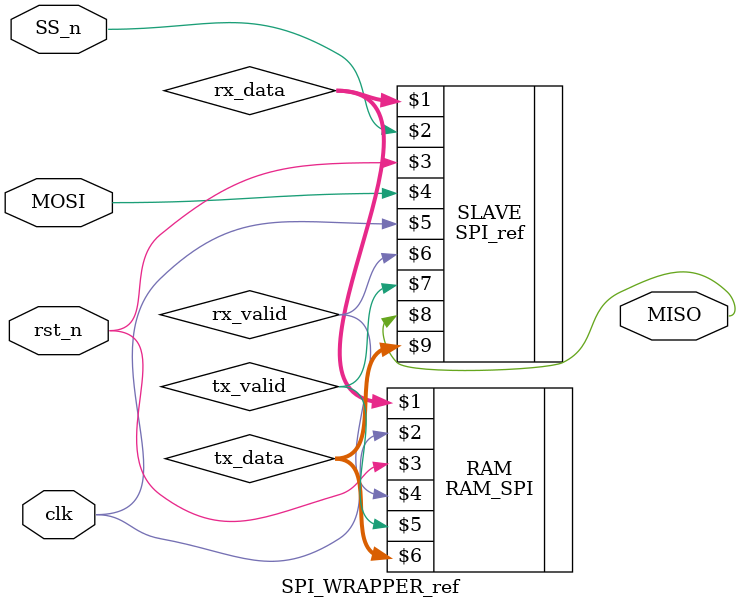
<source format=sv>
module SPI_WRAPPER_ref (MOSI,MISO,SS_n,clk,rst_n);
input MOSI,SS_n,clk,rst_n;
output MISO;
wire tx_valid;
wire rx_valid;
wire [9:0] rx_data;
wire [7:0] tx_data;
RAM_SPI RAM(rx_data,clk,rst_n,rx_valid,tx_valid,tx_data);
SPI_ref SLAVE(rx_data,SS_n,rst_n,MOSI,clk,rx_valid,tx_valid,MISO,tx_data);
endmodule
</source>
